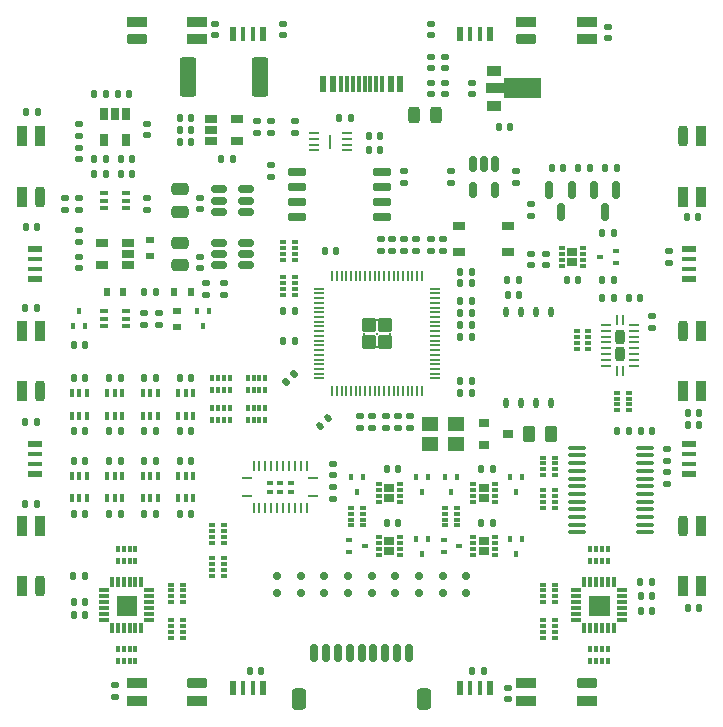
<source format=gtp>
G04 #@! TF.GenerationSoftware,KiCad,Pcbnew,8.0.6*
G04 #@! TF.CreationDate,2024-11-01T16:37:01+01:00*
G04 #@! TF.ProjectId,7-REV0,372d5245-5630-42e6-9b69-6361645f7063,rev?*
G04 #@! TF.SameCoordinates,Original*
G04 #@! TF.FileFunction,Paste,Top*
G04 #@! TF.FilePolarity,Positive*
%FSLAX46Y46*%
G04 Gerber Fmt 4.6, Leading zero omitted, Abs format (unit mm)*
G04 Created by KiCad (PCBNEW 8.0.6) date 2024-11-01 16:37:01*
%MOMM*%
%LPD*%
G01*
G04 APERTURE LIST*
G04 Aperture macros list*
%AMRoundRect*
0 Rectangle with rounded corners*
0 $1 Rounding radius*
0 $2 $3 $4 $5 $6 $7 $8 $9 X,Y pos of 4 corners*
0 Add a 4 corners polygon primitive as box body*
4,1,4,$2,$3,$4,$5,$6,$7,$8,$9,$2,$3,0*
0 Add four circle primitives for the rounded corners*
1,1,$1+$1,$2,$3*
1,1,$1+$1,$4,$5*
1,1,$1+$1,$6,$7*
1,1,$1+$1,$8,$9*
0 Add four rect primitives between the rounded corners*
20,1,$1+$1,$2,$3,$4,$5,0*
20,1,$1+$1,$4,$5,$6,$7,0*
20,1,$1+$1,$6,$7,$8,$9,0*
20,1,$1+$1,$8,$9,$2,$3,0*%
%AMFreePoly0*
4,1,5,0.215000,-0.575000,-0.215000,-0.575000,-0.215000,0.575000,0.215000,0.575000,0.215000,-0.575000,0.215000,-0.575000,$1*%
%AMFreePoly1*
4,1,9,3.862500,-0.866500,0.737500,-0.866500,0.737500,-0.450000,-0.737500,-0.450000,-0.737500,0.450000,0.737500,0.450000,0.737500,0.866500,3.862500,0.866500,3.862500,-0.866500,3.862500,-0.866500,$1*%
G04 Aperture macros list end*
%ADD10C,0.010000*%
%ADD11R,1.700000X0.820000*%
%ADD12RoundRect,0.205000X0.645000X0.205000X-0.645000X0.205000X-0.645000X-0.205000X0.645000X-0.205000X0*%
%ADD13RoundRect,0.205000X-0.645000X-0.205000X0.645000X-0.205000X0.645000X0.205000X-0.645000X0.205000X0*%
%ADD14R,0.820000X1.700000*%
%ADD15RoundRect,0.205000X-0.205000X0.645000X-0.205000X-0.645000X0.205000X-0.645000X0.205000X0.645000X0*%
%ADD16RoundRect,0.205000X0.205000X-0.645000X0.205000X0.645000X-0.205000X0.645000X-0.205000X-0.645000X0*%
%ADD17RoundRect,0.147500X-0.147500X-0.172500X0.147500X-0.172500X0.147500X0.172500X-0.147500X0.172500X0*%
%ADD18RoundRect,0.147500X0.147500X0.172500X-0.147500X0.172500X-0.147500X-0.172500X0.147500X-0.172500X0*%
%ADD19RoundRect,0.140000X-0.140000X-0.170000X0.140000X-0.170000X0.140000X0.170000X-0.140000X0.170000X0*%
%ADD20RoundRect,0.147500X0.172500X-0.147500X0.172500X0.147500X-0.172500X0.147500X-0.172500X-0.147500X0*%
%ADD21RoundRect,0.147500X-0.017678X0.226274X-0.226274X0.017678X0.017678X-0.226274X0.226274X-0.017678X0*%
%ADD22R,0.400000X0.650000*%
%ADD23RoundRect,0.243750X0.243750X0.456250X-0.243750X0.456250X-0.243750X-0.456250X0.243750X-0.456250X0*%
%ADD24RoundRect,0.140000X0.140000X0.170000X-0.140000X0.170000X-0.140000X-0.170000X0.140000X-0.170000X0*%
%ADD25RoundRect,0.140000X0.170000X-0.140000X0.170000X0.140000X-0.170000X0.140000X-0.170000X-0.140000X0*%
%ADD26RoundRect,0.147500X-0.172500X0.147500X-0.172500X-0.147500X0.172500X-0.147500X0.172500X0.147500X0*%
%ADD27RoundRect,0.135000X0.135000X0.185000X-0.135000X0.185000X-0.135000X-0.185000X0.135000X-0.185000X0*%
%ADD28RoundRect,0.140000X-0.170000X0.140000X-0.170000X-0.140000X0.170000X-0.140000X0.170000X0.140000X0*%
%ADD29R,0.400000X0.500000*%
%ADD30R,0.300000X0.500000*%
%ADD31RoundRect,0.249998X-0.262502X-0.450002X0.262502X-0.450002X0.262502X0.450002X-0.262502X0.450002X0*%
%ADD32RoundRect,0.150000X-0.650000X-0.150000X0.650000X-0.150000X0.650000X0.150000X-0.650000X0.150000X0*%
%ADD33RoundRect,0.135000X-0.185000X0.135000X-0.185000X-0.135000X0.185000X-0.135000X0.185000X0.135000X0*%
%ADD34RoundRect,0.150000X-0.150000X-0.625000X0.150000X-0.625000X0.150000X0.625000X-0.150000X0.625000X0*%
%ADD35RoundRect,0.249999X-0.350001X-0.650001X0.350001X-0.650001X0.350001X0.650001X-0.350001X0.650001X0*%
%ADD36RoundRect,0.202500X-0.202500X-0.402500X0.202500X-0.402500X0.202500X0.402500X-0.202500X0.402500X0*%
%ADD37RoundRect,0.062500X-0.062500X-0.350000X0.062500X-0.350000X0.062500X0.350000X-0.062500X0.350000X0*%
%ADD38RoundRect,0.062500X-0.350000X-0.062500X0.350000X-0.062500X0.350000X0.062500X-0.350000X0.062500X0*%
%ADD39R,1.400000X1.200000*%
%ADD40R,0.900000X0.800000*%
%ADD41R,1.050000X0.650000*%
%ADD42R,0.700000X0.600000*%
%ADD43RoundRect,0.135000X0.185000X-0.135000X0.185000X0.135000X-0.185000X0.135000X-0.185000X-0.135000X0*%
%ADD44RoundRect,0.249999X0.450001X1.425001X-0.450001X1.425001X-0.450001X-1.425001X0.450001X-1.425001X0*%
%ADD45R,0.400000X0.510000*%
%ADD46R,0.650000X1.060000*%
%ADD47R,0.650000X0.400000*%
%ADD48R,0.600000X0.700000*%
%ADD49R,0.500000X0.400000*%
%ADD50R,0.500000X0.300000*%
%ADD51RoundRect,0.100000X-0.637500X-0.100000X0.637500X-0.100000X0.637500X0.100000X-0.637500X0.100000X0*%
%ADD52RoundRect,0.135000X-0.135000X-0.185000X0.135000X-0.185000X0.135000X0.185000X-0.135000X0.185000X0*%
%ADD53R,0.600000X1.450000*%
%ADD54R,0.300000X1.450000*%
%ADD55FreePoly0,90.000000*%
%ADD56R,1.150000X0.430000*%
%ADD57FreePoly0,0.000000*%
%ADD58R,0.430000X1.150000*%
%ADD59FreePoly0,270.000000*%
%ADD60FreePoly0,180.000000*%
%ADD61R,1.300000X0.900000*%
%ADD62FreePoly1,0.000000*%
%ADD63R,1.060000X0.650000*%
%ADD64RoundRect,0.202500X0.022500X-0.247500X0.022500X0.247500X-0.022500X0.247500X-0.022500X-0.247500X0*%
%ADD65RoundRect,0.100000X0.100000X-0.155000X0.100000X0.155000X-0.100000X0.155000X-0.100000X-0.155000X0*%
%ADD66R,0.850000X0.650000*%
%ADD67R,0.600000X0.450000*%
%ADD68R,0.900000X0.290000*%
%ADD69R,0.290000X0.900000*%
%ADD70RoundRect,0.100000X0.155000X0.100000X-0.155000X0.100000X-0.155000X-0.100000X0.155000X-0.100000X0*%
%ADD71RoundRect,0.150000X-0.200000X0.150000X-0.200000X-0.150000X0.200000X-0.150000X0.200000X0.150000X0*%
%ADD72RoundRect,0.140000X-0.021213X0.219203X-0.219203X0.021213X0.021213X-0.219203X0.219203X-0.021213X0*%
%ADD73RoundRect,0.150000X-0.512500X-0.150000X0.512500X-0.150000X0.512500X0.150000X-0.512500X0.150000X0*%
%ADD74RoundRect,0.250000X0.475000X-0.250000X0.475000X0.250000X-0.475000X0.250000X-0.475000X-0.250000X0*%
%ADD75RoundRect,0.250000X-0.350000X-0.350000X0.350000X-0.350000X0.350000X0.350000X-0.350000X0.350000X0*%
%ADD76RoundRect,0.055000X0.335000X-0.055000X0.335000X0.055000X-0.335000X0.055000X-0.335000X-0.055000X0*%
%ADD77RoundRect,0.055000X-0.055000X-0.335000X0.055000X-0.335000X0.055000X0.335000X-0.055000X0.335000X0*%
%ADD78R,0.133333X0.133333*%
%ADD79RoundRect,0.033750X0.101250X-0.396250X0.101250X0.396250X-0.101250X0.396250X-0.101250X-0.396250X0*%
%ADD80RoundRect,0.033750X0.396250X-0.101250X0.396250X0.101250X-0.396250X0.101250X-0.396250X-0.101250X0*%
%ADD81RoundRect,0.100000X-0.155000X-0.100000X0.155000X-0.100000X0.155000X0.100000X-0.155000X0.100000X0*%
%ADD82RoundRect,0.150000X-0.150000X0.587500X-0.150000X-0.587500X0.150000X-0.587500X0.150000X0.587500X0*%
%ADD83RoundRect,0.150000X-0.150000X0.512500X-0.150000X-0.512500X0.150000X-0.512500X0.150000X0.512500X0*%
%ADD84RoundRect,0.033750X-0.101250X0.396250X-0.101250X-0.396250X0.101250X-0.396250X0.101250X0.396250X0*%
%ADD85RoundRect,0.033750X-0.396250X0.101250X-0.396250X-0.101250X0.396250X-0.101250X0.396250X0.101250X0*%
%ADD86RoundRect,0.040000X-0.040000X-0.605000X0.040000X-0.605000X0.040000X0.605000X-0.040000X0.605000X0*%
%ADD87RoundRect,0.062500X-0.387500X-0.062500X0.387500X-0.062500X0.387500X0.062500X-0.387500X0.062500X0*%
G04 APERTURE END LIST*
D10*
X110820000Y-111570000D02*
X109180000Y-111570000D01*
X109180000Y-109930000D01*
X110820000Y-109930000D01*
X110820000Y-111570000D01*
G36*
X110820000Y-111570000D02*
G01*
X109180000Y-111570000D01*
X109180000Y-109930000D01*
X110820000Y-109930000D01*
X110820000Y-111570000D01*
G37*
X150820000Y-111570000D02*
X149180000Y-111570000D01*
X149180000Y-109930000D01*
X150820000Y-109930000D01*
X150820000Y-111570000D01*
G36*
X150820000Y-111570000D02*
G01*
X149180000Y-111570000D01*
X149180000Y-109930000D01*
X150820000Y-109930000D01*
X150820000Y-111570000D01*
G37*
D11*
X115950000Y-61350000D03*
X115950000Y-62850000D03*
D12*
X110850000Y-62850000D03*
D11*
X110850000Y-61350000D03*
X143850000Y-118850000D03*
X143850000Y-117350000D03*
D13*
X148950000Y-117350000D03*
D11*
X148950000Y-118850000D03*
D14*
X101150000Y-104050000D03*
X102650000Y-104050000D03*
D15*
X102650000Y-109150000D03*
D14*
X101150000Y-109150000D03*
D11*
X148950000Y-61350000D03*
X148950000Y-62850000D03*
D12*
X143850000Y-62850000D03*
D11*
X143850000Y-61350000D03*
D14*
X158650000Y-76150000D03*
X157150000Y-76150000D03*
D16*
X157150000Y-71050000D03*
D14*
X158650000Y-71050000D03*
D11*
X110850000Y-118850000D03*
X110850000Y-117350000D03*
D13*
X115950000Y-117350000D03*
D11*
X115950000Y-118850000D03*
D14*
X101150000Y-71050000D03*
X102650000Y-71050000D03*
D15*
X102650000Y-76150000D03*
D14*
X101150000Y-76150000D03*
X101150000Y-87550000D03*
X102650000Y-87550000D03*
D15*
X102650000Y-92650000D03*
D14*
X101150000Y-92650000D03*
D17*
X141515000Y-70250000D03*
X142485000Y-70250000D03*
X111515000Y-98500000D03*
X112485000Y-98500000D03*
X105515000Y-98500000D03*
X106485000Y-98500000D03*
D18*
X112485000Y-103000000D03*
X111515000Y-103000000D03*
X106485000Y-96000000D03*
X105515000Y-96000000D03*
X154485000Y-96000000D03*
X153515000Y-96000000D03*
D17*
X114515000Y-98500000D03*
X115485000Y-98500000D03*
X108515000Y-98500000D03*
X109485000Y-98500000D03*
X138265000Y-82500000D03*
X139235000Y-82500000D03*
D19*
X138270000Y-83500000D03*
X139230000Y-83500000D03*
D20*
X131500000Y-80735000D03*
X131500000Y-79765000D03*
D21*
X124142947Y-91157053D03*
X123457053Y-91842947D03*
D17*
X138265000Y-88000000D03*
X139235000Y-88000000D03*
X130515000Y-72250000D03*
X131485000Y-72250000D03*
D20*
X133000000Y-95735000D03*
X133000000Y-94765000D03*
D19*
X138270000Y-87000000D03*
X139230000Y-87000000D03*
D22*
X106650000Y-92800000D03*
X106000000Y-92800000D03*
X105350000Y-92800000D03*
X105350000Y-94700000D03*
X106000000Y-94700000D03*
X106650000Y-94700000D03*
X115650000Y-92800000D03*
X115000000Y-92800000D03*
X114350000Y-92800000D03*
X114350000Y-94700000D03*
X115000000Y-94700000D03*
X115650000Y-94700000D03*
X106650000Y-99800000D03*
X106000000Y-99800000D03*
X105350000Y-99800000D03*
X105350000Y-101700000D03*
X106000000Y-101700000D03*
X106650000Y-101700000D03*
X112650000Y-99800000D03*
X112000000Y-99800000D03*
X111350000Y-99800000D03*
X111350000Y-101700000D03*
X112000000Y-101700000D03*
X112650000Y-101700000D03*
D20*
X133500000Y-80735000D03*
X133500000Y-79765000D03*
X134500000Y-80735000D03*
X134500000Y-79765000D03*
X137000000Y-65265000D03*
X137000000Y-64295000D03*
D23*
X136187500Y-69250000D03*
X134312500Y-69250000D03*
D19*
X157420000Y-77900000D03*
X158380000Y-77900000D03*
D24*
X102430000Y-78700000D03*
X101470000Y-78700000D03*
D25*
X135750000Y-62480000D03*
X135750000Y-61520000D03*
D24*
X102480000Y-69000000D03*
X101520000Y-69000000D03*
X102380000Y-85600000D03*
X101420000Y-85600000D03*
X102380000Y-95250000D03*
X101420000Y-95250000D03*
D25*
X150750000Y-62730000D03*
X150750000Y-61770000D03*
X123250000Y-62480000D03*
X123250000Y-61520000D03*
D26*
X134000000Y-94765000D03*
X134000000Y-95735000D03*
D27*
X143260000Y-83250000D03*
X142240000Y-83250000D03*
D28*
X133500000Y-74020000D03*
X133500000Y-74980000D03*
X135750000Y-66520000D03*
X135750000Y-67480000D03*
X137000000Y-66520000D03*
X137000000Y-67480000D03*
D24*
X124230000Y-85800000D03*
X123270000Y-85800000D03*
D29*
X117250000Y-95050000D03*
D30*
X117750000Y-95050000D03*
X118250000Y-95050000D03*
D29*
X118750000Y-95050000D03*
X118750000Y-94050000D03*
D30*
X118250000Y-94050000D03*
X117750000Y-94050000D03*
D29*
X117250000Y-94050000D03*
D31*
X144087500Y-96250000D03*
X145912500Y-96250000D03*
D29*
X120250000Y-95050000D03*
D30*
X120750000Y-95050000D03*
X121250000Y-95050000D03*
D29*
X121750000Y-95050000D03*
X121750000Y-94050000D03*
D30*
X121250000Y-94050000D03*
X120750000Y-94050000D03*
D29*
X120250000Y-94050000D03*
D32*
X124400000Y-74095000D03*
X124400000Y-75365000D03*
X124400000Y-76635000D03*
X124400000Y-77905000D03*
X131600000Y-77905000D03*
X131600000Y-76635000D03*
X131600000Y-75365000D03*
X131600000Y-74095000D03*
D28*
X142250000Y-117770000D03*
X142250000Y-118730000D03*
D24*
X102380000Y-102200000D03*
X101420000Y-102200000D03*
X140230000Y-116332000D03*
X139270000Y-116332000D03*
X121384000Y-116332000D03*
X120424000Y-116332000D03*
D28*
X109000000Y-117520000D03*
X109000000Y-118480000D03*
D25*
X139250000Y-67480000D03*
X139250000Y-66520000D03*
D33*
X122250000Y-73490000D03*
X122250000Y-74510000D03*
D19*
X157520000Y-111000000D03*
X158480000Y-111000000D03*
D20*
X135750000Y-65265000D03*
X135750000Y-64295000D03*
D34*
X125900000Y-114820000D03*
X126900000Y-114820000D03*
X127900000Y-114820000D03*
X128900000Y-114820000D03*
X129900000Y-114820000D03*
X130900000Y-114820000D03*
X131900000Y-114820000D03*
X132900000Y-114820000D03*
X133900000Y-114820000D03*
D35*
X124600000Y-118695000D03*
X135200000Y-118695000D03*
D36*
X151750000Y-88000000D03*
X151750000Y-89500000D03*
D37*
X151500000Y-86562500D03*
D38*
X150562500Y-87000000D03*
X150562500Y-87500000D03*
X150562500Y-88000000D03*
X150562500Y-88500000D03*
X150562500Y-89000000D03*
X150562500Y-89500000D03*
X150562500Y-90000000D03*
X150562500Y-90500000D03*
D37*
X151500000Y-90937500D03*
X152000000Y-90937500D03*
D38*
X152937500Y-90500000D03*
X152937500Y-90000000D03*
X152937500Y-89500000D03*
X152937500Y-89000000D03*
X152937500Y-88500000D03*
X152937500Y-88000000D03*
X152937500Y-87500000D03*
X152937500Y-87000000D03*
D37*
X152000000Y-86562500D03*
D39*
X135650000Y-97100000D03*
X137850000Y-97100000D03*
X137850000Y-95400000D03*
X135650000Y-95400000D03*
D26*
X145500000Y-81015000D03*
X145500000Y-81985000D03*
X129750000Y-94765000D03*
X129750000Y-95735000D03*
D40*
X140250000Y-95300000D03*
X140250000Y-97200000D03*
X142250000Y-96250000D03*
D26*
X130750000Y-94765000D03*
X130750000Y-95735000D03*
D41*
X142325000Y-80825000D03*
X138175000Y-80825000D03*
X142325000Y-78675000D03*
X138175000Y-78675000D03*
D42*
X112000000Y-81200000D03*
X112000000Y-79800000D03*
D19*
X157520000Y-95500000D03*
X158480000Y-95500000D03*
D26*
X121000000Y-69765000D03*
X121000000Y-70735000D03*
D20*
X122250000Y-70735000D03*
X122250000Y-69765000D03*
X106000000Y-70985000D03*
X106000000Y-70015000D03*
D43*
X111500000Y-87010000D03*
X111500000Y-85990000D03*
D33*
X112750000Y-85990000D03*
X112750000Y-87010000D03*
D18*
X112485000Y-84250000D03*
X111515000Y-84250000D03*
D17*
X105515000Y-88750000D03*
X106485000Y-88750000D03*
D43*
X111750000Y-77260000D03*
X111750000Y-76240000D03*
D33*
X104750000Y-76240000D03*
X104750000Y-77260000D03*
X106000000Y-76240000D03*
X106000000Y-77260000D03*
D24*
X110230000Y-67500000D03*
X109270000Y-67500000D03*
D20*
X106000000Y-72985000D03*
X106000000Y-72015000D03*
D18*
X118985000Y-73000000D03*
X118015000Y-73000000D03*
D44*
X121300000Y-66000000D03*
X115200000Y-66000000D03*
D18*
X115485000Y-69500000D03*
X114515000Y-69500000D03*
X115485000Y-70500000D03*
X114515000Y-70500000D03*
D17*
X109515000Y-74250000D03*
X110485000Y-74250000D03*
X107265000Y-74250000D03*
X108235000Y-74250000D03*
D20*
X106000000Y-82235000D03*
X106000000Y-81265000D03*
D18*
X115485000Y-71500000D03*
X114515000Y-71500000D03*
D33*
X106000000Y-78990000D03*
X106000000Y-80010000D03*
D25*
X117500000Y-62480000D03*
X117500000Y-61520000D03*
D45*
X105500000Y-87145000D03*
X106500000Y-87145000D03*
X106000000Y-85855000D03*
D43*
X118250000Y-84510000D03*
X118250000Y-83490000D03*
X116750000Y-84510000D03*
X116750000Y-83490000D03*
D25*
X111750000Y-70980000D03*
X111750000Y-70020000D03*
D17*
X107265000Y-67500000D03*
X108235000Y-67500000D03*
D46*
X109950000Y-69150000D03*
X109000000Y-69150000D03*
X108050000Y-69150000D03*
X108050000Y-71350000D03*
X109950000Y-71350000D03*
D47*
X109950000Y-77150000D03*
X109950000Y-76500000D03*
X109950000Y-75850000D03*
X108050000Y-75850000D03*
X108050000Y-76500000D03*
X108050000Y-77150000D03*
X109950000Y-87150000D03*
X109950000Y-86500000D03*
X109950000Y-85850000D03*
X108050000Y-85850000D03*
X108050000Y-86500000D03*
X108050000Y-87150000D03*
D48*
X108300000Y-84250000D03*
X109700000Y-84250000D03*
D49*
X118250000Y-105500000D03*
D50*
X118250000Y-105000000D03*
X118250000Y-104500000D03*
D49*
X118250000Y-104000000D03*
X117250000Y-104000000D03*
D50*
X117250000Y-104500000D03*
X117250000Y-105000000D03*
D49*
X117250000Y-105500000D03*
D51*
X148137500Y-97425000D03*
X148137500Y-98075000D03*
X148137500Y-98725000D03*
X148137500Y-99375000D03*
X148137500Y-100025000D03*
X148137500Y-100675000D03*
X148137500Y-101325000D03*
X148137500Y-101975000D03*
X148137500Y-102625000D03*
X148137500Y-103275000D03*
X148137500Y-103925000D03*
X148137500Y-104575000D03*
X153862500Y-104575000D03*
X153862500Y-103925000D03*
X153862500Y-103275000D03*
X153862500Y-102625000D03*
X153862500Y-101975000D03*
X153862500Y-101325000D03*
X153862500Y-100675000D03*
X153862500Y-100025000D03*
X153862500Y-99375000D03*
X153862500Y-98725000D03*
X153862500Y-98075000D03*
X153862500Y-97425000D03*
D22*
X109650000Y-99800000D03*
X109000000Y-99800000D03*
X108350000Y-99800000D03*
X108350000Y-101700000D03*
X109000000Y-101700000D03*
X109650000Y-101700000D03*
D18*
X106485000Y-103000000D03*
X105515000Y-103000000D03*
D52*
X138240000Y-91750000D03*
X139260000Y-91750000D03*
D18*
X109485000Y-103000000D03*
X108515000Y-103000000D03*
D49*
X123250000Y-80000000D03*
D50*
X123250000Y-80500000D03*
X123250000Y-81000000D03*
D49*
X123250000Y-81500000D03*
X124250000Y-81500000D03*
D50*
X124250000Y-81000000D03*
X124250000Y-80500000D03*
D49*
X124250000Y-80000000D03*
D24*
X153480000Y-84750000D03*
X152520000Y-84750000D03*
D22*
X112650000Y-92800000D03*
X112000000Y-92800000D03*
X111350000Y-92800000D03*
X111350000Y-94700000D03*
X112000000Y-94700000D03*
X112650000Y-94700000D03*
D49*
X123250000Y-83000000D03*
D50*
X123250000Y-83500000D03*
X123250000Y-84000000D03*
D49*
X123250000Y-84500000D03*
X124250000Y-84500000D03*
D50*
X124250000Y-84000000D03*
X124250000Y-83500000D03*
D49*
X124250000Y-83000000D03*
D29*
X117250000Y-92500000D03*
D30*
X117750000Y-92500000D03*
X118250000Y-92500000D03*
D29*
X118750000Y-92500000D03*
X118750000Y-91500000D03*
D30*
X118250000Y-91500000D03*
X117750000Y-91500000D03*
D29*
X117250000Y-91500000D03*
D22*
X109650000Y-92800000D03*
X109000000Y-92800000D03*
X108350000Y-92800000D03*
X108350000Y-94700000D03*
X109000000Y-94700000D03*
X109650000Y-94700000D03*
D18*
X112485000Y-96000000D03*
X111515000Y-96000000D03*
D17*
X114515000Y-91500000D03*
X115485000Y-91500000D03*
X105515000Y-91500000D03*
X106485000Y-91500000D03*
X108515000Y-91500000D03*
X109485000Y-91500000D03*
D18*
X109485000Y-96000000D03*
X108515000Y-96000000D03*
D17*
X111515000Y-91500000D03*
X112485000Y-91500000D03*
D29*
X120250000Y-92550000D03*
D30*
X120750000Y-92550000D03*
X121250000Y-92550000D03*
D29*
X121750000Y-92550000D03*
X121750000Y-91550000D03*
D30*
X121250000Y-91550000D03*
X120750000Y-91550000D03*
D29*
X120250000Y-91550000D03*
D22*
X115650000Y-99800000D03*
X115000000Y-99800000D03*
X114350000Y-99800000D03*
X114350000Y-101700000D03*
X115000000Y-101700000D03*
X115650000Y-101700000D03*
D14*
X158650000Y-109150000D03*
X157150000Y-109150000D03*
D16*
X157150000Y-104050000D03*
D14*
X158650000Y-104050000D03*
D53*
X133150000Y-66595000D03*
X132350000Y-66595000D03*
D54*
X131150000Y-66595000D03*
X130150000Y-66595000D03*
X129650000Y-66595000D03*
X128650000Y-66595000D03*
D53*
X126650000Y-66595000D03*
X127450000Y-66595000D03*
D54*
X128150000Y-66595000D03*
X129150000Y-66595000D03*
X130650000Y-66595000D03*
X131650000Y-66595000D03*
D18*
X115485000Y-103000000D03*
X114515000Y-103000000D03*
D55*
X157575000Y-97075000D03*
D56*
X157575000Y-97925000D03*
X157575000Y-98775000D03*
D55*
X157575000Y-99625000D03*
D57*
X140775000Y-117775000D03*
D58*
X139925000Y-117775000D03*
X139075000Y-117775000D03*
D57*
X138225000Y-117775000D03*
X121575000Y-117775000D03*
D58*
X120725000Y-117775000D03*
X119875000Y-117775000D03*
D57*
X119025000Y-117775000D03*
D59*
X102225000Y-99625000D03*
D56*
X102225000Y-98775000D03*
X102225000Y-97925000D03*
D59*
X102225000Y-97075000D03*
X102225000Y-83125000D03*
D56*
X102225000Y-82275000D03*
X102225000Y-81425000D03*
D59*
X102225000Y-80575000D03*
D60*
X119025000Y-62425000D03*
D58*
X119875000Y-62425000D03*
X120725000Y-62425000D03*
D60*
X121575000Y-62425000D03*
X138225000Y-62425000D03*
D58*
X139075000Y-62425000D03*
X139925000Y-62425000D03*
D60*
X140775000Y-62425000D03*
D49*
X151500000Y-92750000D03*
D50*
X151500000Y-93250000D03*
X151500000Y-93750000D03*
D49*
X151500000Y-94250000D03*
X152500000Y-94250000D03*
D50*
X152500000Y-93750000D03*
X152500000Y-93250000D03*
D49*
X152500000Y-92750000D03*
X118250000Y-108250000D03*
D50*
X118250000Y-107750000D03*
X118250000Y-107250000D03*
D49*
X118250000Y-106750000D03*
X117250000Y-106750000D03*
D50*
X117250000Y-107250000D03*
X117250000Y-107750000D03*
D49*
X117250000Y-108250000D03*
D18*
X115485000Y-96000000D03*
X114515000Y-96000000D03*
D48*
X114050000Y-84250000D03*
X115450000Y-84250000D03*
D45*
X117000000Y-85855000D03*
X116000000Y-85855000D03*
X116500000Y-87145000D03*
D61*
X141100000Y-65500000D03*
D62*
X141187500Y-67000000D03*
D61*
X141100000Y-68500000D03*
D24*
X110480000Y-73000000D03*
X109520000Y-73000000D03*
D18*
X108235000Y-73000000D03*
X107265000Y-73000000D03*
D42*
X114250000Y-85800000D03*
X114250000Y-87200000D03*
D63*
X110100000Y-81950000D03*
X110100000Y-81000000D03*
X110100000Y-80050000D03*
X107900000Y-80050000D03*
X107900000Y-81950000D03*
D49*
X146250000Y-102500000D03*
D50*
X146250000Y-102000000D03*
X146250000Y-101500000D03*
D49*
X146250000Y-101000000D03*
X145250000Y-101000000D03*
D50*
X145250000Y-101500000D03*
X145250000Y-102000000D03*
D49*
X145250000Y-102500000D03*
X146250000Y-99750000D03*
D50*
X146250000Y-99250000D03*
X146250000Y-98750000D03*
D49*
X146250000Y-98250000D03*
X145250000Y-98250000D03*
D50*
X145250000Y-98750000D03*
X145250000Y-99250000D03*
D49*
X145250000Y-99750000D03*
D63*
X117150000Y-69550000D03*
X117150000Y-70500000D03*
X117150000Y-71450000D03*
X119350000Y-71450000D03*
X119350000Y-69550000D03*
D26*
X144250000Y-81015000D03*
X144250000Y-81985000D03*
D19*
X157520000Y-94500000D03*
X158480000Y-94500000D03*
D14*
X158650000Y-92650000D03*
X157150000Y-92650000D03*
D16*
X157150000Y-87550000D03*
D14*
X158650000Y-87550000D03*
D19*
X142270000Y-84500000D03*
X143230000Y-84500000D03*
D64*
X142095000Y-93600000D03*
X143365000Y-93600000D03*
X144635000Y-93600000D03*
X145905000Y-93600000D03*
X145905000Y-85900000D03*
X144635000Y-85900000D03*
X143365000Y-85900000D03*
X142095000Y-85900000D03*
D43*
X154500000Y-87260000D03*
X154500000Y-86240000D03*
D27*
X139260000Y-86000000D03*
X138240000Y-86000000D03*
D65*
X135500000Y-99855000D03*
X134500000Y-99855000D03*
X135000000Y-101145000D03*
D19*
X105520000Y-110500000D03*
X106480000Y-110500000D03*
D55*
X157575000Y-80575000D03*
D56*
X157575000Y-81425000D03*
X157575000Y-82275000D03*
D55*
X157575000Y-83125000D03*
D27*
X106510000Y-108250000D03*
X105490000Y-108250000D03*
D24*
X148230000Y-83250000D03*
X147270000Y-83250000D03*
D28*
X155956000Y-80800000D03*
X155956000Y-81760000D03*
D24*
X127730000Y-80800000D03*
X126770000Y-80800000D03*
D29*
X150750000Y-106000000D03*
D30*
X150250000Y-106000000D03*
X149750000Y-106000000D03*
D29*
X149250000Y-106000000D03*
X149250000Y-107000000D03*
D30*
X149750000Y-107000000D03*
X150250000Y-107000000D03*
D29*
X150750000Y-107000000D03*
D52*
X151490000Y-96000000D03*
X152510000Y-96000000D03*
D65*
X138000000Y-99855000D03*
X137000000Y-99855000D03*
X137500000Y-101145000D03*
D43*
X132000000Y-95760000D03*
X132000000Y-94740000D03*
D66*
X147750000Y-81687500D03*
X147750000Y-80812500D03*
D50*
X148650000Y-82000000D03*
X148650000Y-81500000D03*
X148650000Y-81000000D03*
X148650000Y-80500000D03*
X146850000Y-80500000D03*
X146850000Y-81000000D03*
X146850000Y-81500000D03*
X146850000Y-82000000D03*
D25*
X116250000Y-77230000D03*
X116250000Y-76270000D03*
D28*
X137500000Y-74020000D03*
X137500000Y-74980000D03*
D65*
X143500000Y-105105000D03*
X142500000Y-105105000D03*
X143000000Y-106395000D03*
D25*
X127500000Y-101730000D03*
X127500000Y-100770000D03*
D19*
X140020000Y-99250000D03*
X140980000Y-99250000D03*
D49*
X146250000Y-113500000D03*
D50*
X146250000Y-113000000D03*
X146250000Y-112500000D03*
D49*
X146250000Y-112000000D03*
X145250000Y-112000000D03*
D50*
X145250000Y-112500000D03*
X145250000Y-113000000D03*
D49*
X145250000Y-113500000D03*
D28*
X127500000Y-98770000D03*
X127500000Y-99730000D03*
D67*
X123900000Y-101125000D03*
X123900000Y-100375000D03*
X123000000Y-101125000D03*
X123000000Y-100375000D03*
X122100000Y-101125000D03*
X122100000Y-100375000D03*
D68*
X125800000Y-100000000D03*
D69*
X125250000Y-98950000D03*
X124750000Y-98950000D03*
X124250000Y-98950000D03*
X123750000Y-98950000D03*
X123250000Y-98950000D03*
X122750000Y-98950000D03*
X122250000Y-98950000D03*
X121750000Y-98950000D03*
X121250000Y-98950000D03*
X120750000Y-98950000D03*
D68*
X120200000Y-100000000D03*
X120200000Y-101500000D03*
D69*
X120750000Y-102550000D03*
X121250000Y-102550000D03*
X121750000Y-102550000D03*
X122250000Y-102550000D03*
X122750000Y-102550000D03*
X123250000Y-102550000D03*
X123750000Y-102550000D03*
X124250000Y-102550000D03*
X124750000Y-102550000D03*
X125250000Y-102550000D03*
D68*
X125800000Y-101500000D03*
D70*
X136855000Y-105250000D03*
X136855000Y-106250000D03*
X138145000Y-105750000D03*
D24*
X146980000Y-73750000D03*
X146020000Y-73750000D03*
D19*
X150270000Y-79250000D03*
X151230000Y-79250000D03*
D49*
X145250000Y-109000000D03*
D50*
X145250000Y-109500000D03*
X145250000Y-110000000D03*
D49*
X145250000Y-110500000D03*
X146250000Y-110500000D03*
D50*
X146250000Y-110000000D03*
X146250000Y-109500000D03*
D49*
X146250000Y-109000000D03*
D52*
X150490000Y-73750000D03*
X151510000Y-73750000D03*
D25*
X143000000Y-74980000D03*
X143000000Y-74020000D03*
D65*
X130000000Y-99855000D03*
X129000000Y-99855000D03*
X129500000Y-101145000D03*
D33*
X124250000Y-69740000D03*
X124250000Y-70760000D03*
D71*
X124750000Y-109700000D03*
X124750000Y-108300000D03*
D49*
X114750000Y-113500000D03*
D50*
X114750000Y-113000000D03*
X114750000Y-112500000D03*
D49*
X114750000Y-112000000D03*
X113750000Y-112000000D03*
D50*
X113750000Y-112500000D03*
X113750000Y-113000000D03*
D49*
X113750000Y-113500000D03*
D24*
X124230000Y-88400000D03*
X123270000Y-88400000D03*
D27*
X149260000Y-73750000D03*
X148240000Y-73750000D03*
D72*
X127089411Y-94910589D03*
X126410589Y-95589411D03*
D65*
X143500000Y-99855000D03*
X142500000Y-99855000D03*
X143000000Y-101145000D03*
D73*
X117862500Y-75550000D03*
X117862500Y-76500000D03*
X117862500Y-77450000D03*
X120137500Y-77450000D03*
X120137500Y-76500000D03*
X120137500Y-75550000D03*
D66*
X132250000Y-105312500D03*
X132250000Y-106187500D03*
D50*
X131350000Y-105000000D03*
X131350000Y-105500000D03*
X131350000Y-106000000D03*
X131350000Y-106500000D03*
X133150000Y-106500000D03*
X133150000Y-106000000D03*
X133150000Y-105500000D03*
X133150000Y-105000000D03*
D49*
X113750000Y-109000000D03*
D50*
X113750000Y-109500000D03*
X113750000Y-110000000D03*
D49*
X113750000Y-110500000D03*
X114750000Y-110500000D03*
D50*
X114750000Y-110000000D03*
X114750000Y-109500000D03*
D49*
X114750000Y-109000000D03*
D70*
X128855000Y-105250000D03*
X128855000Y-106250000D03*
X130145000Y-105750000D03*
D66*
X140250000Y-100812500D03*
X140250000Y-101687500D03*
D50*
X139350000Y-100500000D03*
X139350000Y-101000000D03*
X139350000Y-101500000D03*
X139350000Y-102000000D03*
X141150000Y-102000000D03*
X141150000Y-101500000D03*
X141150000Y-101000000D03*
X141150000Y-100500000D03*
D66*
X132250000Y-100812500D03*
X132250000Y-101687500D03*
D50*
X131350000Y-100500000D03*
X131350000Y-101000000D03*
X131350000Y-101500000D03*
X131350000Y-102000000D03*
X133150000Y-102000000D03*
X133150000Y-101500000D03*
X133150000Y-101000000D03*
X133150000Y-100500000D03*
D74*
X114500000Y-77450000D03*
X114500000Y-75550000D03*
D29*
X109250000Y-115500000D03*
D30*
X109750000Y-115500000D03*
X110250000Y-115500000D03*
D29*
X110750000Y-115500000D03*
X110750000Y-114500000D03*
D30*
X110250000Y-114500000D03*
X109750000Y-114500000D03*
D29*
X109250000Y-114500000D03*
D49*
X148100000Y-87550000D03*
D50*
X148100000Y-88050000D03*
X148100000Y-88550000D03*
D49*
X148100000Y-89050000D03*
X149100000Y-89050000D03*
D50*
X149100000Y-88550000D03*
X149100000Y-88050000D03*
D49*
X149100000Y-87550000D03*
D75*
X130500000Y-87050000D03*
X130500000Y-88450000D03*
X131900000Y-87050000D03*
X131900000Y-88450000D03*
D76*
X126303500Y-83950000D03*
X126303500Y-84350000D03*
X126303500Y-84750000D03*
X126303500Y-85150000D03*
X126303500Y-85550000D03*
X126303500Y-85950000D03*
X126303500Y-86350000D03*
X126303500Y-86750000D03*
X126303500Y-87150000D03*
X126303500Y-87550000D03*
X126303500Y-87950000D03*
X126303500Y-88350000D03*
X126303500Y-88750000D03*
X126303500Y-89150000D03*
X126303500Y-89550000D03*
X126303500Y-89950000D03*
X126303500Y-90350000D03*
X126303500Y-90750000D03*
X126303500Y-91150000D03*
X126303500Y-91550000D03*
D77*
X127400000Y-92646500D03*
X127800000Y-92646500D03*
X128200000Y-92646500D03*
X128600000Y-92646500D03*
X129000000Y-92646500D03*
X129400000Y-92646500D03*
X129800000Y-92646500D03*
X130200000Y-92646500D03*
X130600000Y-92646500D03*
X131000000Y-92646500D03*
X131400000Y-92646500D03*
X131800000Y-92646500D03*
X132200000Y-92646500D03*
X132600000Y-92646500D03*
X133000000Y-92646500D03*
X133400000Y-92646500D03*
X133800000Y-92646500D03*
X134200000Y-92646500D03*
X134600000Y-92646500D03*
X135000000Y-92646500D03*
D76*
X136096500Y-91550000D03*
X136096500Y-91150000D03*
X136096500Y-90750000D03*
X136096500Y-90350000D03*
X136096500Y-89950000D03*
X136096500Y-89550000D03*
X136096500Y-89150000D03*
X136096500Y-88750000D03*
X136096500Y-88350000D03*
X136096500Y-87950000D03*
X136096500Y-87550000D03*
X136096500Y-87150000D03*
X136096500Y-86750000D03*
X136096500Y-86350000D03*
X136096500Y-85950000D03*
X136096500Y-85550000D03*
X136096500Y-85150000D03*
X136096500Y-84750000D03*
X136096500Y-84350000D03*
X136096500Y-83950000D03*
D77*
X135000000Y-82853500D03*
X134600000Y-82853500D03*
X134200000Y-82853500D03*
X133800000Y-82853500D03*
X133400000Y-82853500D03*
X133000000Y-82853500D03*
X132600000Y-82853500D03*
X132200000Y-82853500D03*
X131800000Y-82853500D03*
X131400000Y-82853500D03*
X131000000Y-82853500D03*
X130600000Y-82853500D03*
X130200000Y-82853500D03*
X129800000Y-82853500D03*
X129400000Y-82853500D03*
X129000000Y-82853500D03*
X128600000Y-82853500D03*
X128200000Y-82853500D03*
X127800000Y-82853500D03*
X127400000Y-82853500D03*
D78*
X130066667Y-86616667D03*
X130066667Y-87750000D03*
X130066667Y-88883333D03*
X131200000Y-86616667D03*
X131200000Y-87750000D03*
X131200000Y-88883333D03*
X132333333Y-86616667D03*
X132333333Y-87750000D03*
X132333333Y-88883333D03*
D52*
X150240000Y-83250000D03*
X151260000Y-83250000D03*
D19*
X130520000Y-71000000D03*
X131480000Y-71000000D03*
D29*
X150750000Y-114500000D03*
D30*
X150250000Y-114500000D03*
X149750000Y-114500000D03*
D29*
X149250000Y-114500000D03*
X149250000Y-115500000D03*
D30*
X149750000Y-115500000D03*
X150250000Y-115500000D03*
D29*
X150750000Y-115500000D03*
D66*
X140250000Y-105312500D03*
X140250000Y-106187500D03*
D50*
X139350000Y-105000000D03*
X139350000Y-105500000D03*
X139350000Y-106000000D03*
X139350000Y-106500000D03*
X141150000Y-106500000D03*
X141150000Y-106000000D03*
X141150000Y-105500000D03*
X141150000Y-105000000D03*
D71*
X138750000Y-109700000D03*
X138750000Y-108300000D03*
D52*
X150240000Y-84750000D03*
X151260000Y-84750000D03*
D79*
X108750000Y-112685000D03*
X109250000Y-112685000D03*
X109750000Y-112685000D03*
X110250000Y-112685000D03*
X110750000Y-112685000D03*
X111250000Y-112685000D03*
D80*
X111935000Y-112000000D03*
X111935000Y-111500000D03*
X111935000Y-111000000D03*
X111935000Y-110500000D03*
X111935000Y-110000000D03*
X111935000Y-109500000D03*
D79*
X111250000Y-108815000D03*
X110750000Y-108815000D03*
X110250000Y-108815000D03*
X109750000Y-108815000D03*
X109250000Y-108815000D03*
X108750000Y-108815000D03*
D80*
X108065000Y-109500000D03*
X108065000Y-110000000D03*
X108065000Y-110500000D03*
X108065000Y-111000000D03*
X108065000Y-111500000D03*
X108065000Y-112000000D03*
D33*
X155750000Y-99490000D03*
X155750000Y-100510000D03*
D65*
X135500000Y-105105000D03*
X134500000Y-105105000D03*
X135000000Y-106395000D03*
D71*
X122750000Y-109700000D03*
X122750000Y-108300000D03*
D29*
X109250000Y-107000000D03*
D30*
X109750000Y-107000000D03*
X110250000Y-107000000D03*
D29*
X110750000Y-107000000D03*
X110750000Y-106000000D03*
D30*
X110250000Y-106000000D03*
X109750000Y-106000000D03*
D29*
X109250000Y-106000000D03*
D81*
X151395000Y-81750000D03*
X151395000Y-80750000D03*
X150105000Y-81250000D03*
D33*
X136750000Y-79740000D03*
X136750000Y-80760000D03*
D73*
X117862500Y-80050000D03*
X117862500Y-81000000D03*
X117862500Y-81950000D03*
X120137500Y-81950000D03*
X120137500Y-81000000D03*
X120137500Y-80050000D03*
D27*
X139260000Y-85000000D03*
X138240000Y-85000000D03*
D24*
X154480000Y-110000000D03*
X153520000Y-110000000D03*
D82*
X151450000Y-75562500D03*
X149550000Y-75562500D03*
X150500000Y-77437500D03*
D74*
X114500000Y-81950000D03*
X114500000Y-80050000D03*
D19*
X132020000Y-99250000D03*
X132980000Y-99250000D03*
D71*
X136750000Y-109700000D03*
X136750000Y-108300000D03*
X126750000Y-109700000D03*
X126750000Y-108300000D03*
D19*
X132020000Y-103750000D03*
X132980000Y-103750000D03*
D33*
X144250000Y-76740000D03*
X144250000Y-77760000D03*
D25*
X116250000Y-82230000D03*
X116250000Y-81270000D03*
D82*
X147700000Y-75562500D03*
X145800000Y-75562500D03*
X146750000Y-77437500D03*
D27*
X154510000Y-108750000D03*
X153490000Y-108750000D03*
D25*
X135750000Y-80730000D03*
X135750000Y-79770000D03*
D83*
X141200000Y-73362500D03*
X140250000Y-73362500D03*
X139300000Y-73362500D03*
X139300000Y-75637500D03*
X141200000Y-75637500D03*
D84*
X151250000Y-108815000D03*
X150750000Y-108815000D03*
X150250000Y-108815000D03*
X149750000Y-108815000D03*
X149250000Y-108815000D03*
X148750000Y-108815000D03*
D85*
X148065000Y-109500000D03*
X148065000Y-110000000D03*
X148065000Y-110500000D03*
X148065000Y-111000000D03*
X148065000Y-111500000D03*
X148065000Y-112000000D03*
D84*
X148750000Y-112685000D03*
X149250000Y-112685000D03*
X149750000Y-112685000D03*
X150250000Y-112685000D03*
X150750000Y-112685000D03*
X151250000Y-112685000D03*
D85*
X151935000Y-112000000D03*
X151935000Y-111500000D03*
X151935000Y-111000000D03*
X151935000Y-110500000D03*
X151935000Y-110000000D03*
X151935000Y-109500000D03*
D71*
X134750000Y-109700000D03*
X134750000Y-108300000D03*
D19*
X105520000Y-111600000D03*
X106480000Y-111600000D03*
D24*
X128980000Y-69500000D03*
X128020000Y-69500000D03*
D71*
X128750000Y-109700000D03*
X128750000Y-108300000D03*
D25*
X132500000Y-80730000D03*
X132500000Y-79770000D03*
D71*
X130750000Y-109700000D03*
X130750000Y-108300000D03*
D24*
X154480000Y-111250000D03*
X153520000Y-111250000D03*
D71*
X132750000Y-109700000D03*
X132750000Y-108300000D03*
D19*
X140020000Y-103750000D03*
X140980000Y-103750000D03*
D49*
X130000000Y-104000000D03*
D50*
X130000000Y-103500000D03*
X130000000Y-103000000D03*
D49*
X130000000Y-102500000D03*
X129000000Y-102500000D03*
D50*
X129000000Y-103000000D03*
X129000000Y-103500000D03*
D49*
X129000000Y-104000000D03*
D86*
X127250000Y-71500000D03*
D87*
X125825000Y-70750000D03*
X125825000Y-71250000D03*
X125825000Y-71750000D03*
X125825000Y-72250000D03*
X128675000Y-72250000D03*
X128675000Y-71750000D03*
X128675000Y-71250000D03*
X128675000Y-70750000D03*
D43*
X155750000Y-98510000D03*
X155750000Y-97490000D03*
D19*
X138270000Y-92750000D03*
X139230000Y-92750000D03*
D49*
X138000000Y-104000000D03*
D50*
X138000000Y-103500000D03*
X138000000Y-103000000D03*
D49*
X138000000Y-102500000D03*
X137000000Y-102500000D03*
D50*
X137000000Y-103000000D03*
X137000000Y-103500000D03*
D49*
X137000000Y-104000000D03*
M02*

</source>
